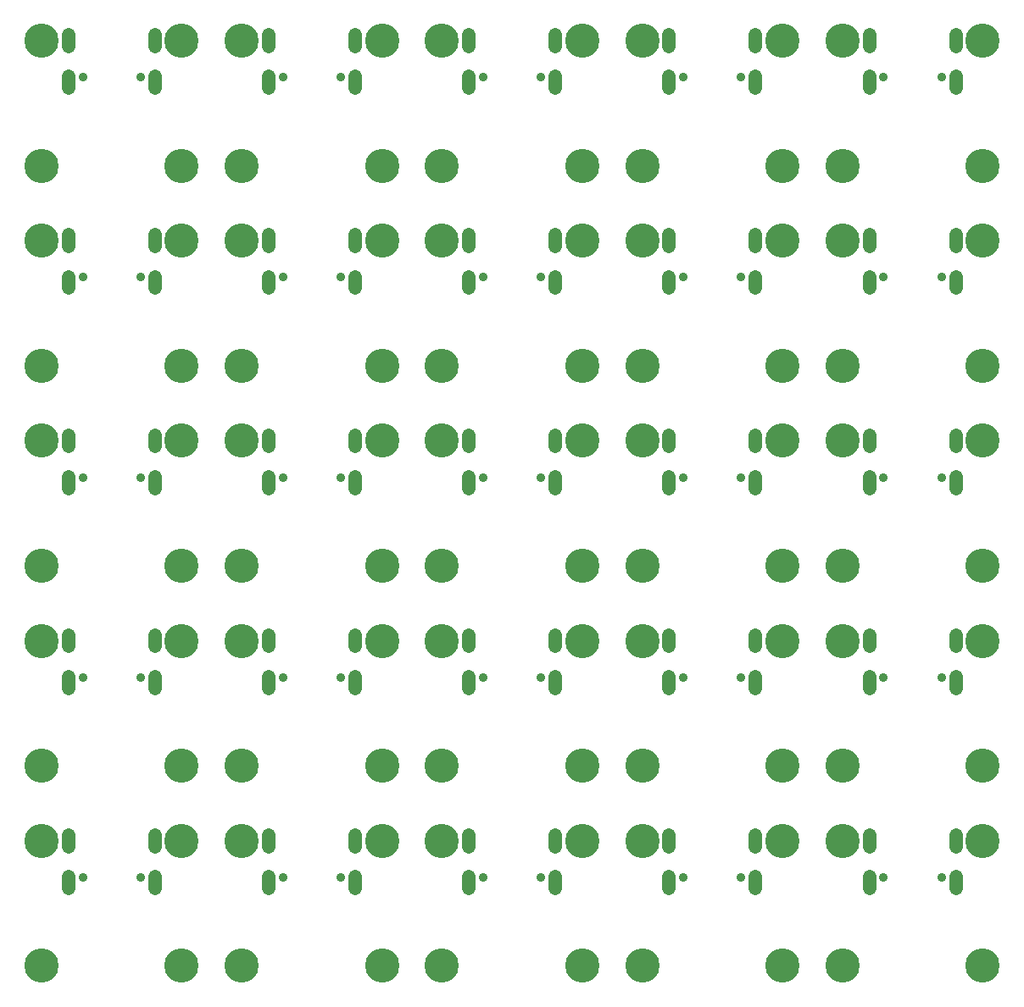
<source format=gbr>
G04 EAGLE Gerber RS-274X export*
G75*
%MOMM*%
%FSLAX34Y34*%
%LPD*%
%INSoldermask Bottom*%
%IPPOS*%
%AMOC8*
5,1,8,0,0,1.08239X$1,22.5*%
G01*
%ADD10C,1.361200*%
%ADD11C,0.903200*%
%ADD12C,3.419200*%


D10*
X155700Y1413990D02*
X155700Y1402410D01*
X69300Y1402410D02*
X69300Y1413990D01*
X155700Y1444210D02*
X155700Y1455790D01*
X69300Y1455790D02*
X69300Y1444210D01*
D11*
X141400Y1413500D03*
X83600Y1413500D03*
D10*
X355700Y1413990D02*
X355700Y1402410D01*
X269300Y1402410D02*
X269300Y1413990D01*
X355700Y1444210D02*
X355700Y1455790D01*
X269300Y1455790D02*
X269300Y1444210D01*
D11*
X341400Y1413500D03*
X283600Y1413500D03*
D10*
X555700Y1413990D02*
X555700Y1402410D01*
X469300Y1402410D02*
X469300Y1413990D01*
X555700Y1444210D02*
X555700Y1455790D01*
X469300Y1455790D02*
X469300Y1444210D01*
D11*
X541400Y1413500D03*
X483600Y1413500D03*
D10*
X755700Y1413990D02*
X755700Y1402410D01*
X669300Y1402410D02*
X669300Y1413990D01*
X755700Y1444210D02*
X755700Y1455790D01*
X669300Y1455790D02*
X669300Y1444210D01*
D11*
X741400Y1413500D03*
X683600Y1413500D03*
D10*
X955700Y1413990D02*
X955700Y1402410D01*
X869300Y1402410D02*
X869300Y1413990D01*
X955700Y1444210D02*
X955700Y1455790D01*
X869300Y1455790D02*
X869300Y1444210D01*
D11*
X941400Y1413500D03*
X883600Y1413500D03*
D10*
X155700Y1213990D02*
X155700Y1202410D01*
X69300Y1202410D02*
X69300Y1213990D01*
X155700Y1244210D02*
X155700Y1255790D01*
X69300Y1255790D02*
X69300Y1244210D01*
D11*
X141400Y1213500D03*
X83600Y1213500D03*
D10*
X355700Y1213990D02*
X355700Y1202410D01*
X269300Y1202410D02*
X269300Y1213990D01*
X355700Y1244210D02*
X355700Y1255790D01*
X269300Y1255790D02*
X269300Y1244210D01*
D11*
X341400Y1213500D03*
X283600Y1213500D03*
D10*
X555700Y1213990D02*
X555700Y1202410D01*
X469300Y1202410D02*
X469300Y1213990D01*
X555700Y1244210D02*
X555700Y1255790D01*
X469300Y1255790D02*
X469300Y1244210D01*
D11*
X541400Y1213500D03*
X483600Y1213500D03*
D10*
X755700Y1213990D02*
X755700Y1202410D01*
X669300Y1202410D02*
X669300Y1213990D01*
X755700Y1244210D02*
X755700Y1255790D01*
X669300Y1255790D02*
X669300Y1244210D01*
D11*
X741400Y1213500D03*
X683600Y1213500D03*
D10*
X955700Y1213990D02*
X955700Y1202410D01*
X869300Y1202410D02*
X869300Y1213990D01*
X955700Y1244210D02*
X955700Y1255790D01*
X869300Y1255790D02*
X869300Y1244210D01*
D11*
X941400Y1213500D03*
X883600Y1213500D03*
D10*
X155700Y1013990D02*
X155700Y1002410D01*
X69300Y1002410D02*
X69300Y1013990D01*
X155700Y1044210D02*
X155700Y1055790D01*
X69300Y1055790D02*
X69300Y1044210D01*
D11*
X141400Y1013500D03*
X83600Y1013500D03*
D10*
X355700Y1013990D02*
X355700Y1002410D01*
X269300Y1002410D02*
X269300Y1013990D01*
X355700Y1044210D02*
X355700Y1055790D01*
X269300Y1055790D02*
X269300Y1044210D01*
D11*
X341400Y1013500D03*
X283600Y1013500D03*
D10*
X555700Y1013990D02*
X555700Y1002410D01*
X469300Y1002410D02*
X469300Y1013990D01*
X555700Y1044210D02*
X555700Y1055790D01*
X469300Y1055790D02*
X469300Y1044210D01*
D11*
X541400Y1013500D03*
X483600Y1013500D03*
D10*
X755700Y1013990D02*
X755700Y1002410D01*
X669300Y1002410D02*
X669300Y1013990D01*
X755700Y1044210D02*
X755700Y1055790D01*
X669300Y1055790D02*
X669300Y1044210D01*
D11*
X741400Y1013500D03*
X683600Y1013500D03*
D10*
X955700Y1013990D02*
X955700Y1002410D01*
X869300Y1002410D02*
X869300Y1013990D01*
X955700Y1044210D02*
X955700Y1055790D01*
X869300Y1055790D02*
X869300Y1044210D01*
D11*
X941400Y1013500D03*
X883600Y1013500D03*
D10*
X155700Y813990D02*
X155700Y802410D01*
X69300Y802410D02*
X69300Y813990D01*
X155700Y844210D02*
X155700Y855790D01*
X69300Y855790D02*
X69300Y844210D01*
D11*
X141400Y813500D03*
X83600Y813500D03*
D10*
X355700Y813990D02*
X355700Y802410D01*
X269300Y802410D02*
X269300Y813990D01*
X355700Y844210D02*
X355700Y855790D01*
X269300Y855790D02*
X269300Y844210D01*
D11*
X341400Y813500D03*
X283600Y813500D03*
D10*
X555700Y813990D02*
X555700Y802410D01*
X469300Y802410D02*
X469300Y813990D01*
X555700Y844210D02*
X555700Y855790D01*
X469300Y855790D02*
X469300Y844210D01*
D11*
X541400Y813500D03*
X483600Y813500D03*
D10*
X755700Y813990D02*
X755700Y802410D01*
X669300Y802410D02*
X669300Y813990D01*
X755700Y844210D02*
X755700Y855790D01*
X669300Y855790D02*
X669300Y844210D01*
D11*
X741400Y813500D03*
X683600Y813500D03*
D10*
X955700Y813990D02*
X955700Y802410D01*
X869300Y802410D02*
X869300Y813990D01*
X955700Y844210D02*
X955700Y855790D01*
X869300Y855790D02*
X869300Y844210D01*
D11*
X941400Y813500D03*
X883600Y813500D03*
D10*
X155700Y613990D02*
X155700Y602410D01*
X69300Y602410D02*
X69300Y613990D01*
X155700Y644210D02*
X155700Y655790D01*
X69300Y655790D02*
X69300Y644210D01*
D11*
X141400Y613500D03*
X83600Y613500D03*
D10*
X355700Y613990D02*
X355700Y602410D01*
X269300Y602410D02*
X269300Y613990D01*
X355700Y644210D02*
X355700Y655790D01*
X269300Y655790D02*
X269300Y644210D01*
D11*
X341400Y613500D03*
X283600Y613500D03*
D10*
X555700Y613990D02*
X555700Y602410D01*
X469300Y602410D02*
X469300Y613990D01*
X555700Y644210D02*
X555700Y655790D01*
X469300Y655790D02*
X469300Y644210D01*
D11*
X541400Y613500D03*
X483600Y613500D03*
D10*
X755700Y613990D02*
X755700Y602410D01*
X669300Y602410D02*
X669300Y613990D01*
X755700Y644210D02*
X755700Y655790D01*
X669300Y655790D02*
X669300Y644210D01*
D11*
X741400Y613500D03*
X683600Y613500D03*
D10*
X955700Y613990D02*
X955700Y602410D01*
X869300Y602410D02*
X869300Y613990D01*
X955700Y644210D02*
X955700Y655790D01*
X869300Y655790D02*
X869300Y644210D01*
D11*
X941400Y613500D03*
X883600Y613500D03*
D12*
X42500Y1450000D03*
X182500Y1450000D03*
X182500Y1325000D03*
X42500Y1325000D03*
X42500Y1250000D03*
X182500Y1250000D03*
X42500Y1125000D03*
X182500Y1125000D03*
X42500Y1050000D03*
X182500Y1050000D03*
X42500Y925000D03*
X182500Y925000D03*
X42500Y850000D03*
X182500Y850000D03*
X42500Y725000D03*
X182500Y725000D03*
X42500Y650000D03*
X182500Y650000D03*
X42500Y525000D03*
X182500Y525000D03*
X242500Y650000D03*
X382500Y650000D03*
X242500Y525000D03*
X382500Y525000D03*
X242500Y850000D03*
X382500Y850000D03*
X242500Y725000D03*
X382500Y725000D03*
X242500Y1050000D03*
X382500Y1050000D03*
X242500Y925000D03*
X382500Y925000D03*
X242500Y1250000D03*
X382500Y1250000D03*
X242500Y1125000D03*
X382500Y1125000D03*
X242500Y1450000D03*
X382500Y1450000D03*
X242500Y1325000D03*
X382500Y1325000D03*
X442500Y1450000D03*
X582500Y1450000D03*
X442500Y1325000D03*
X582500Y1325000D03*
X442500Y1250000D03*
X582500Y1250000D03*
X442500Y1125000D03*
X582500Y1125000D03*
X442500Y1050000D03*
X582500Y1050000D03*
X442500Y925000D03*
X582500Y925000D03*
X442500Y850000D03*
X582500Y850000D03*
X442500Y725000D03*
X582500Y725000D03*
X442500Y650000D03*
X582500Y650000D03*
X442500Y525000D03*
X582500Y525000D03*
X642500Y650000D03*
X782500Y650000D03*
X642500Y525000D03*
X782500Y525000D03*
X842500Y650000D03*
X982500Y650000D03*
X842500Y525000D03*
X982500Y525000D03*
X842500Y850000D03*
X982500Y850000D03*
X842500Y725000D03*
X982500Y725000D03*
X642500Y850000D03*
X782500Y850000D03*
X642500Y725000D03*
X782500Y725000D03*
X642500Y1050000D03*
X782500Y1050000D03*
X642500Y925000D03*
X782500Y925000D03*
X642500Y1250000D03*
X782500Y1250000D03*
X642500Y1125000D03*
X782500Y1125000D03*
X642500Y1450000D03*
X782500Y1450000D03*
X642500Y1325000D03*
X782500Y1325000D03*
X842500Y1450000D03*
X982500Y1450000D03*
X842500Y1325000D03*
X982500Y1325000D03*
X842500Y1250000D03*
X982500Y1250000D03*
X842500Y1125000D03*
X982500Y1125000D03*
X842500Y1050000D03*
X982500Y1050000D03*
X842500Y925000D03*
X982500Y925000D03*
M02*

</source>
